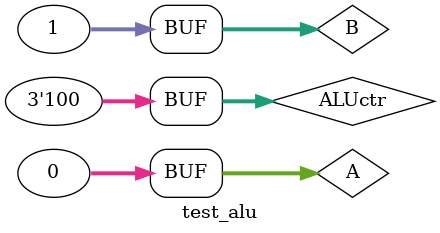
<source format=v>
module test_alu();
   reg [2:0] ALUctr;
   reg [31:0] A,B;
   wire [31:0]result;
   wire Zero;
 
   ALU alu(.ALUctr(ALUctr),.A(A),.B(B),.Result(result),.Zero(Zero));
   initial
   begin
     ALUctr = 3'b000;
     A = 32'b1;
     B = 32'b1;
     #10 ALUctr = 3'b001;
     A = 32'b11;
     B = 32'b1;
     #10 ALUctr = 3'b010;
     A = 32'b0;
     B = 32'b0;
     #10 ALUctr = 3'b011;
     B = 32'b1;
     #10 ALUctr = 3'b100;      
   end

endmodule

</source>
